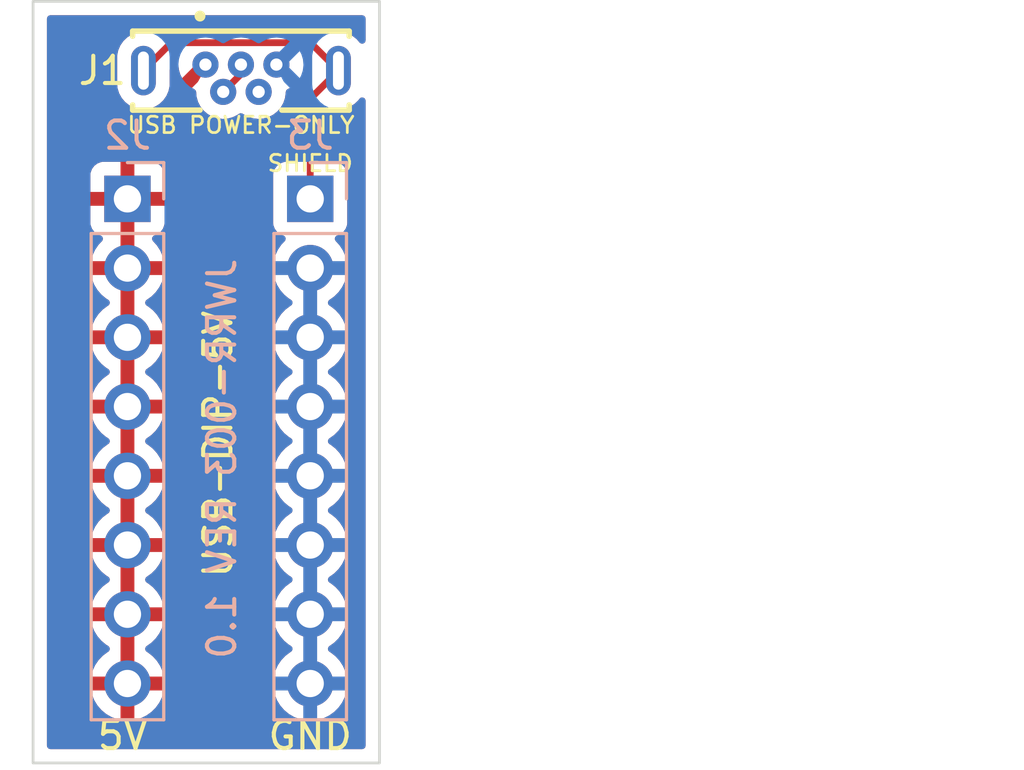
<source format=kicad_pcb>
(kicad_pcb (version 20211014) (generator pcbnew)
  (layers (0 "F.Cu" signal) (31 "B.Cu" signal) (34 "B.Paste" user) (35 "F.Paste" user) (36 "B.SilkS" user "B.Silkscreen") (37 "F.SilkS" user "F.Silkscreen") (38 "B.Mask" user) (39 "F.Mask" user) (44 "Edge.Cuts" user))
  (net 0 "")
  (net 2 "Net-(J1-PadS1)")
  (net 3 "/VCC_5V0")
  (net 4 "/GND")
  (net 5 "/DP_DN")
  (footprint "Library:GCT_USB3131-30-0230-A_REVB" (layer "F.Cu") (at 129.54 76.2)
    (fp_text reference "J1" (at -5.08 0) (layer "F.SilkS"))
    (fp_text value "USB3131-30-0230-A_REVB")
    (fp_line (start -3.97 1.45) (end -3.97 1.26) (layer "F.SilkS") (width 0.2))
    (fp_line (start 1.5 1.45) (end 3.97 1.45) (layer "F.SilkS") (width 0.2))
    (fp_line (start -3.97 -1.45) (end 3.97 -1.45) (layer "F.SilkS") (width 0.2))
    (fp_line (start -3.97 -1.26) (end -3.97 -1.45) (layer "F.SilkS") (width 0.2))
    (fp_line (start 3.97 -1.26) (end 3.97 -1.45) (layer "F.SilkS") (width 0.2))
    (fp_line (start -3.97 1.45) (end -1.5 1.45) (layer "F.SilkS") (width 0.2))
    (fp_line (start 3.97 1.45) (end 3.97 1.26) (layer "F.SilkS") (width 0.2))
    (fp_circle (center -1.5 -2) (end -1.4 -2) (layer "F.SilkS") (width 0.2) (fill none))
    (pad "1" thru_hole circle (at -1.3 -0.22) (size 0.958 0.958) (drill 0.45) (layers *.Cu *.Mask) (net 3 "/VCC_5V0"))
    (pad "2" thru_hole circle (at -0.65 0.78) (size 0.958 0.958) (drill 0.45) (layers *.Cu *.Mask) (net 5 "/DP_DN"))
    (pad "3" thru_hole circle (at 0 -0.22) (size 0.958 0.958) (drill 0.45) (layers *.Cu *.Mask) (net 5 "/DP_DN"))
    (pad "4" thru_hole circle (at 0.65 0.78) (size 0.958 0.958) (drill 0.45) (layers *.Cu *.Mask))
    (pad "5" thru_hole circle (at 1.3 -0.22) (size 0.958 0.958) (drill 0.45) (layers *.Cu *.Mask) (net 4 "/GND"))
    (pad "S1" thru_hole oval (at -3.575 0) (size 0.908 1.816) (drill oval 0.4 1.4) (layers *.Cu *.Mask) (net 2 "Net-(J1-PadS1)"))
    (pad "S2" thru_hole oval (at 3.575 0) (size 0.908 1.816) (drill oval 0.4 1.4) (layers *.Cu *.Mask) (net 2 "Net-(J1-PadS1)"))
  )
  (footprint "Connector_PinHeader_2.54mm:PinHeader_1x08_P2.54mm_Vertical" (layer "B.Cu") (at 132.08 80.905 180)
    (fp_text reference "J3" (at 0 2.33) (layer "B.SilkS") (effects (justify mirror)))
    (fp_text value "Conn_01x08")
    (fp_line (start -1.33 1.33) (end 0 1.33) (layer "B.SilkS") (width 0.12))
    (fp_line (start -1.33 -1.27) (end 1.33 -1.27) (layer "B.SilkS") (width 0.12))
    (fp_line (start -1.33 -1.27) (end -1.33 -19.11) (layer "B.SilkS") (width 0.12))
    (fp_line (start -1.33 0) (end -1.33 1.33) (layer "B.SilkS") (width 0.12))
    (fp_line (start 1.33 -1.27) (end 1.33 -19.11) (layer "B.SilkS") (width 0.12))
    (fp_line (start -1.33 -19.11) (end 1.33 -19.11) (layer "B.SilkS") (width 0.12))
    (pad "1" thru_hole rect (at 0 0 180) (size 1.7 1.7) (drill 1) (layers *.Cu *.Mask) (net 2 "Net-(J1-PadS1)"))
    (pad "2" thru_hole oval (at 0 -2.54 180) (size 1.7 1.7) (drill 1) (layers *.Cu *.Mask) (net 4 "/GND"))
    (pad "3" thru_hole oval (at 0 -5.08 180) (size 1.7 1.7) (drill 1) (layers *.Cu *.Mask) (net 4 "/GND"))
    (pad "4" thru_hole oval (at 0 -7.62 180) (size 1.7 1.7) (drill 1) (layers *.Cu *.Mask) (net 4 "/GND"))
    (pad "5" thru_hole oval (at 0 -10.16 180) (size 1.7 1.7) (drill 1) (layers *.Cu *.Mask) (net 4 "/GND"))
    (pad "6" thru_hole oval (at 0 -12.7 180) (size 1.7 1.7) (drill 1) (layers *.Cu *.Mask) (net 4 "/GND"))
    (pad "7" thru_hole oval (at 0 -15.24 180) (size 1.7 1.7) (drill 1) (layers *.Cu *.Mask) (net 4 "/GND"))
    (pad "8" thru_hole oval (at 0 -17.78 180) (size 1.7 1.7) (drill 1) (layers *.Cu *.Mask) (net 4 "/GND"))
  )
  (footprint "Connector_PinHeader_2.54mm:PinHeader_1x08_P2.54mm_Vertical" (layer "B.Cu") (at 125.38 80.905 180)
    (fp_text reference "J2" (at 0 2.33) (layer "B.SilkS") (effects (justify mirror)))
    (fp_text value "Conn_01x08")
    (fp_line (start -1.33 0) (end -1.33 1.33) (layer "B.SilkS") (width 0.12))
    (fp_line (start -1.33 -19.11) (end 1.33 -19.11) (layer "B.SilkS") (width 0.12))
    (fp_line (start -1.33 -1.27) (end 1.33 -1.27) (layer "B.SilkS") (width 0.12))
    (fp_line (start -1.33 1.33) (end 0 1.33) (layer "B.SilkS") (width 0.12))
    (fp_line (start 1.33 -1.27) (end 1.33 -19.11) (layer "B.SilkS") (width 0.12))
    (fp_line (start -1.33 -1.27) (end -1.33 -19.11) (layer "B.SilkS") (width 0.12))
    (pad "1" thru_hole rect (at 0 0 180) (size 1.7 1.7) (drill 1) (layers *.Cu *.Mask) (net 3 "/VCC_5V0"))
    (pad "2" thru_hole oval (at 0 -2.54 180) (size 1.7 1.7) (drill 1) (layers *.Cu *.Mask) (net 3 "/VCC_5V0"))
    (pad "3" thru_hole oval (at 0 -5.08 180) (size 1.7 1.7) (drill 1) (layers *.Cu *.Mask) (net 3 "/VCC_5V0"))
    (pad "4" thru_hole oval (at 0 -7.62 180) (size 1.7 1.7) (drill 1) (layers *.Cu *.Mask) (net 3 "/VCC_5V0"))
    (pad "5" thru_hole oval (at 0 -10.16 180) (size 1.7 1.7) (drill 1) (layers *.Cu *.Mask) (net 3 "/VCC_5V0"))
    (pad "6" thru_hole oval (at 0 -12.7 180) (size 1.7 1.7) (drill 1) (layers *.Cu *.Mask) (net 3 "/VCC_5V0"))
    (pad "7" thru_hole oval (at 0 -15.24 180) (size 1.7 1.7) (drill 1) (layers *.Cu *.Mask) (net 3 "/VCC_5V0"))
    (pad "8" thru_hole oval (at 0 -17.78 180) (size 1.7 1.7) (drill 1) (layers *.Cu *.Mask) (net 3 "/VCC_5V0"))
  )
  (gr_rect (start 121.92 73.66) (end 134.62 101.6) (layer "Edge.Cuts") (width 0.1) (fill none))
  (gr_text "JWRR-003 REV 1.0" (at 128.84 90.44 90) (layer "B.SilkS") (effects (font (size 1 1)) (justify mirror)))
  (gr_text "SHIELD" (at 132.08 79.6) (layer "F.SilkS") (effects (font (size 0.6 0.6) (thickness 0.1))))
  (gr_text "USB POWER-ONLY" (at 129.54 78.2) (layer "F.SilkS") (effects (font (size 0.6 0.6) (thickness 0.1))))
  (gr_text "GND" (at 132.08 100.6) (layer "F.SilkS") (effects (font (size 1 1))))
  (gr_text "USB-DIP-5V" (at 128.7 89.9 90) (layer "F.SilkS") (effects (font (size 1 1))))
  (gr_text "5V" (at 125.2 100.6) (layer "F.SilkS") (effects (font (size 1 1))))
  (segment (start 132.08 77.235) (end 133.115 76.2) (width 0.25) (layer "F.Cu") (net 2))
  (segment (start 132.091489 75.176489) (end 133.115 76.2) (width 0.25) (layer "F.Cu") (net 2))
  (segment (start 132.08 80.905) (end 132.08 77.235) (width 0.25) (layer "F.Cu") (net 2))
  (segment (start 126.988511 75.176489) (end 132.091489 75.176489) (width 0.25) (layer "F.Cu") (net 2))
  (segment (start 125.965 76.2) (end 126.988511 75.176489) (width 0.25) (layer "F.Cu") (net 2))
  (segment (start 125.38 85.985) (end 125.38 88.525) (width 0.25) (layer "F.Cu") (net 3))
  (segment (start 125.38 80.905) (end 125.38 83.445) (width 0.25) (layer "F.Cu") (net 3))
  (segment (start 128.24 75.98) (end 125.38 78.84) (width 0.25) (layer "F.Cu") (net 3))
  (segment (start 125.38 91.065) (end 125.38 93.605) (width 0.25) (layer "F.Cu") (net 3))
  (segment (start 125.38 96.145) (end 125.38 98.685) (width 0.25) (layer "F.Cu") (net 3))
  (segment (start 125.38 83.445) (end 125.38 85.985) (width 0.25) (layer "F.Cu") (net 3))
  (segment (start 125.38 93.605) (end 125.38 96.145) (width 0.25) (layer "F.Cu") (net 3))
  (segment (start 125.38 78.84) (end 125.38 80.905) (width 0.25) (layer "F.Cu") (net 3))
  (segment (start 125.38 88.525) (end 125.38 91.065) (width 0.25) (layer "F.Cu") (net 3))
  (segment (start 132.08 98.685) (end 132.08 96.145) (width 0.25) (layer "B.Cu") (net 4))
  (segment (start 132.08 77.22) (end 130.84 75.98) (width 0.25) (layer "B.Cu") (net 4))
  (segment (start 130.935 78.365) (end 132.08 77.22) (width 0.25) (layer "B.Cu") (net 4))
  (segment (start 129.915 83.445) (end 129.915 78.365) (width 0.25) (layer "B.Cu") (net 4))
  (segment (start 132.08 91.065) (end 132.08 88.525) (width 0.25) (layer "B.Cu") (net 4))
  (segment (start 132.08 85.985) (end 132.08 83.445) (width 0.25) (layer "B.Cu") (net 4))
  (segment (start 132.08 83.445) (end 129.915 83.445) (width 0.25) (layer "B.Cu") (net 4))
  (segment (start 129.915 78.365) (end 130.935 78.365) (width 0.25) (layer "B.Cu") (net 4))
  (segment (start 132.08 85.985) (end 132.08 88.525) (width 0.25) (layer "B.Cu") (net 4))
  (segment (start 132.08 96.145) (end 132.08 93.605) (width 0.25) (layer "B.Cu") (net 4))
  (segment (start 132.08 93.605) (end 132.08 91.065) (width 0.25) (layer "B.Cu") (net 4))
  (segment (start 129.54 76.33) (end 128.89 76.98) (width 0.25) (layer "F.Cu") (net 5))
  (segment (start 129.54 75.98) (end 129.54 76.33) (width 0.25) (layer "F.Cu") (net 5))
  (zone (net 3) (net_name "/VCC_5V0") (layer "F.Cu") (connect_pads (clearance 0.508)) (min_thickness 0.254) (fill yes (thermal_gap 0.508) (thermal_bridge_width 0.508))
    (polygon (pts (xy 134.62 101.6) (xy 121.92 101.6) (xy 121.92 73.66) (xy 134.62 73.66)))
  )
  (zone (net 4) (net_name "/GND") (layer "B.Cu") (connect_pads (clearance 0.508)) (min_thickness 0.254) (fill yes (thermal_gap 0.508) (thermal_bridge_width 0.508))
    (polygon (pts (xy 134.62 101.6) (xy 121.92 101.6) (xy 121.92 73.66) (xy 134.62 73.66)))
  )
)
</source>
